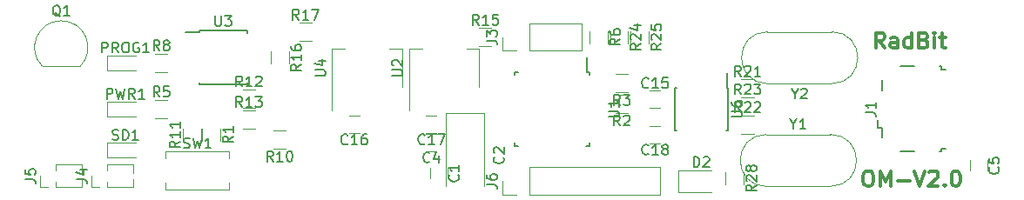
<source format=gbr>
G04 #@! TF.FileFunction,Legend,Top*
%FSLAX46Y46*%
G04 Gerber Fmt 4.6, Leading zero omitted, Abs format (unit mm)*
G04 Created by KiCad (PCBNEW 4.0.7) date 01/21/18 20:58:22*
%MOMM*%
%LPD*%
G01*
G04 APERTURE LIST*
%ADD10C,0.100000*%
%ADD11C,0.300000*%
%ADD12C,0.120000*%
%ADD13C,0.150000*%
G04 APERTURE END LIST*
D10*
D11*
X181807789Y-38062291D02*
X181307789Y-37348006D01*
X180950646Y-38062291D02*
X180950646Y-36562291D01*
X181522074Y-36562291D01*
X181664932Y-36633720D01*
X181736360Y-36705149D01*
X181807789Y-36848006D01*
X181807789Y-37062291D01*
X181736360Y-37205149D01*
X181664932Y-37276577D01*
X181522074Y-37348006D01*
X180950646Y-37348006D01*
X183093503Y-38062291D02*
X183093503Y-37276577D01*
X183022074Y-37133720D01*
X182879217Y-37062291D01*
X182593503Y-37062291D01*
X182450646Y-37133720D01*
X183093503Y-37990863D02*
X182950646Y-38062291D01*
X182593503Y-38062291D01*
X182450646Y-37990863D01*
X182379217Y-37848006D01*
X182379217Y-37705149D01*
X182450646Y-37562291D01*
X182593503Y-37490863D01*
X182950646Y-37490863D01*
X183093503Y-37419434D01*
X184450646Y-38062291D02*
X184450646Y-36562291D01*
X184450646Y-37990863D02*
X184307789Y-38062291D01*
X184022075Y-38062291D01*
X183879217Y-37990863D01*
X183807789Y-37919434D01*
X183736360Y-37776577D01*
X183736360Y-37348006D01*
X183807789Y-37205149D01*
X183879217Y-37133720D01*
X184022075Y-37062291D01*
X184307789Y-37062291D01*
X184450646Y-37133720D01*
X185664932Y-37276577D02*
X185879218Y-37348006D01*
X185950646Y-37419434D01*
X186022075Y-37562291D01*
X186022075Y-37776577D01*
X185950646Y-37919434D01*
X185879218Y-37990863D01*
X185736360Y-38062291D01*
X185164932Y-38062291D01*
X185164932Y-36562291D01*
X185664932Y-36562291D01*
X185807789Y-36633720D01*
X185879218Y-36705149D01*
X185950646Y-36848006D01*
X185950646Y-36990863D01*
X185879218Y-37133720D01*
X185807789Y-37205149D01*
X185664932Y-37276577D01*
X185164932Y-37276577D01*
X186664932Y-38062291D02*
X186664932Y-37062291D01*
X186664932Y-36562291D02*
X186593503Y-36633720D01*
X186664932Y-36705149D01*
X186736360Y-36633720D01*
X186664932Y-36562291D01*
X186664932Y-36705149D01*
X187164932Y-37062291D02*
X187736361Y-37062291D01*
X187379218Y-36562291D02*
X187379218Y-37848006D01*
X187450646Y-37990863D01*
X187593504Y-38062291D01*
X187736361Y-38062291D01*
X180102737Y-50029371D02*
X180388451Y-50029371D01*
X180531309Y-50100800D01*
X180674166Y-50243657D01*
X180745594Y-50529371D01*
X180745594Y-51029371D01*
X180674166Y-51315086D01*
X180531309Y-51457943D01*
X180388451Y-51529371D01*
X180102737Y-51529371D01*
X179959880Y-51457943D01*
X179817023Y-51315086D01*
X179745594Y-51029371D01*
X179745594Y-50529371D01*
X179817023Y-50243657D01*
X179959880Y-50100800D01*
X180102737Y-50029371D01*
X181388452Y-51529371D02*
X181388452Y-50029371D01*
X181888452Y-51100800D01*
X182388452Y-50029371D01*
X182388452Y-51529371D01*
X183102738Y-50957943D02*
X184245595Y-50957943D01*
X184745595Y-50029371D02*
X185245595Y-51529371D01*
X185745595Y-50029371D01*
X186174166Y-50172229D02*
X186245595Y-50100800D01*
X186388452Y-50029371D01*
X186745595Y-50029371D01*
X186888452Y-50100800D01*
X186959881Y-50172229D01*
X187031309Y-50315086D01*
X187031309Y-50457943D01*
X186959881Y-50672229D01*
X186102738Y-51529371D01*
X187031309Y-51529371D01*
X187674166Y-51386514D02*
X187745594Y-51457943D01*
X187674166Y-51529371D01*
X187602737Y-51457943D01*
X187674166Y-51386514D01*
X187674166Y-51529371D01*
X188674166Y-50029371D02*
X188817023Y-50029371D01*
X188959880Y-50100800D01*
X189031309Y-50172229D01*
X189102738Y-50315086D01*
X189174166Y-50600800D01*
X189174166Y-50957943D01*
X189102738Y-51243657D01*
X189031309Y-51386514D01*
X188959880Y-51457943D01*
X188817023Y-51529371D01*
X188674166Y-51529371D01*
X188531309Y-51457943D01*
X188459880Y-51386514D01*
X188388452Y-51243657D01*
X188317023Y-50957943D01*
X188317023Y-50600800D01*
X188388452Y-50315086D01*
X188459880Y-50172229D01*
X188531309Y-50100800D01*
X188674166Y-50029371D01*
D12*
X139350000Y-50750000D02*
X139350000Y-49750000D01*
X137650000Y-49750000D02*
X137650000Y-50750000D01*
X142850000Y-44400000D02*
X142850000Y-51500000D01*
X139150000Y-44400000D02*
X139150000Y-51500000D01*
X142850000Y-44400000D02*
X139150000Y-44400000D01*
X137250000Y-48100000D02*
X138250000Y-48100000D01*
X138250000Y-46400000D02*
X137250000Y-46400000D01*
X191850000Y-50000000D02*
X191850000Y-49000000D01*
X190150000Y-49000000D02*
X190150000Y-50000000D01*
X160000000Y-42150000D02*
X159000000Y-42150000D01*
X159000000Y-43850000D02*
X160000000Y-43850000D01*
X129750000Y-46350000D02*
X130750000Y-46350000D01*
X130750000Y-44650000D02*
X129750000Y-44650000D01*
X137250000Y-46350000D02*
X138250000Y-46350000D01*
X138250000Y-44650000D02*
X137250000Y-44650000D01*
X159000000Y-47350000D02*
X160000000Y-47350000D01*
X160000000Y-45650000D02*
X159000000Y-45650000D01*
X161800000Y-49940000D02*
X161800000Y-52060000D01*
X165000000Y-49940000D02*
X161800000Y-49940000D01*
X161800000Y-52060000D02*
X165000000Y-52060000D01*
D13*
X183350000Y-48150000D02*
X184750000Y-48150000D01*
X187150000Y-48150000D02*
X187300000Y-48150000D01*
X187300000Y-48150000D02*
X187300000Y-47850000D01*
X187300000Y-47850000D02*
X187750000Y-47850000D01*
X187750000Y-40150000D02*
X187300000Y-40150000D01*
X187300000Y-40150000D02*
X187300000Y-39850000D01*
X187300000Y-39850000D02*
X187150000Y-39850000D01*
X184750000Y-39850000D02*
X183350000Y-39850000D01*
X181175000Y-45075000D02*
X181175000Y-45800000D01*
X181175000Y-45800000D02*
X181600000Y-45800000D01*
X181600000Y-45800000D02*
X181600000Y-46800000D01*
X181600000Y-42200000D02*
X181600000Y-41200000D01*
D12*
X152410000Y-38330000D02*
X152410000Y-35670000D01*
X147270000Y-38330000D02*
X152410000Y-38330000D01*
X147270000Y-35670000D02*
X152410000Y-35670000D01*
X147270000Y-38330000D02*
X147270000Y-35670000D01*
X146000000Y-38330000D02*
X144670000Y-38330000D01*
X144670000Y-38330000D02*
X144670000Y-37000000D01*
X108735000Y-51610000D02*
X108735000Y-50807530D01*
X108735000Y-50192470D02*
X108735000Y-49390000D01*
X106260000Y-51610000D02*
X108735000Y-51610000D01*
X106260000Y-49390000D02*
X108735000Y-49390000D01*
X106260000Y-51610000D02*
X106260000Y-51063471D01*
X106260000Y-49936529D02*
X106260000Y-49390000D01*
X105500000Y-51610000D02*
X104740000Y-51610000D01*
X104740000Y-51610000D02*
X104740000Y-50500000D01*
X103735000Y-51610000D02*
X103735000Y-50807530D01*
X103735000Y-50192470D02*
X103735000Y-49390000D01*
X101260000Y-51610000D02*
X103735000Y-51610000D01*
X101260000Y-49390000D02*
X103735000Y-49390000D01*
X101260000Y-51610000D02*
X101260000Y-51063471D01*
X101260000Y-49936529D02*
X101260000Y-49390000D01*
X100500000Y-51610000D02*
X99740000Y-51610000D01*
X99740000Y-51610000D02*
X99740000Y-50500000D01*
X160030000Y-52330000D02*
X160030000Y-49670000D01*
X147270000Y-52330000D02*
X160030000Y-52330000D01*
X147270000Y-49670000D02*
X160030000Y-49670000D01*
X147270000Y-52330000D02*
X147270000Y-49670000D01*
X146000000Y-52330000D02*
X144670000Y-52330000D01*
X144670000Y-52330000D02*
X144670000Y-51000000D01*
X106200000Y-38800000D02*
X106200000Y-40200000D01*
X106200000Y-40200000D02*
X109000000Y-40200000D01*
X106200000Y-38800000D02*
X109000000Y-38800000D01*
X106200000Y-43300000D02*
X106200000Y-44700000D01*
X106200000Y-44700000D02*
X109000000Y-44700000D01*
X106200000Y-43300000D02*
X109000000Y-43300000D01*
X99970000Y-39850000D02*
X103570000Y-39850000D01*
X99931522Y-39838478D02*
G75*
G02X101770000Y-35400000I1838478J1838478D01*
G01*
X103608478Y-39838478D02*
G75*
G03X101770000Y-35400000I-1838478J1838478D01*
G01*
X115477400Y-47082000D02*
X115477400Y-45882000D01*
X117237400Y-45882000D02*
X117237400Y-47082000D01*
X155650000Y-42620000D02*
X156850000Y-42620000D01*
X156850000Y-44380000D02*
X155650000Y-44380000D01*
X155650000Y-40620000D02*
X156850000Y-40620000D01*
X156850000Y-42380000D02*
X155650000Y-42380000D01*
X112100000Y-44880000D02*
X110900000Y-44880000D01*
X110900000Y-43120000D02*
X112100000Y-43120000D01*
X153120000Y-37600000D02*
X153120000Y-36400000D01*
X154880000Y-36400000D02*
X154880000Y-37600000D01*
X112100000Y-40380000D02*
X110900000Y-40380000D01*
X110900000Y-38620000D02*
X112100000Y-38620000D01*
X122400000Y-46120000D02*
X123600000Y-46120000D01*
X123600000Y-47880000D02*
X122400000Y-47880000D01*
X115380000Y-45900000D02*
X115380000Y-47100000D01*
X113620000Y-47100000D02*
X113620000Y-45900000D01*
X120600000Y-43880000D02*
X119400000Y-43880000D01*
X119400000Y-42120000D02*
X120600000Y-42120000D01*
X120600000Y-45880000D02*
X119400000Y-45880000D01*
X119400000Y-44120000D02*
X120600000Y-44120000D01*
X143600000Y-37880000D02*
X142400000Y-37880000D01*
X142400000Y-36120000D02*
X143600000Y-36120000D01*
X122120000Y-39600000D02*
X122120000Y-38400000D01*
X123880000Y-38400000D02*
X123880000Y-39600000D01*
X126100000Y-37380000D02*
X124900000Y-37380000D01*
X124900000Y-35620000D02*
X126100000Y-35620000D01*
X169100000Y-42880000D02*
X167900000Y-42880000D01*
X167900000Y-41120000D02*
X169100000Y-41120000D01*
X169100000Y-46380000D02*
X167900000Y-46380000D01*
X167900000Y-44620000D02*
X169100000Y-44620000D01*
X169100000Y-44630000D02*
X167900000Y-44630000D01*
X167900000Y-42870000D02*
X169100000Y-42870000D01*
X155120000Y-37600000D02*
X155120000Y-36400000D01*
X156880000Y-36400000D02*
X156880000Y-37600000D01*
X157120000Y-37600000D02*
X157120000Y-36400000D01*
X158880000Y-36400000D02*
X158880000Y-37600000D01*
X166370000Y-51350000D02*
X166370000Y-50150000D01*
X168130000Y-50150000D02*
X168130000Y-51350000D01*
X106200000Y-47300000D02*
X106200000Y-48700000D01*
X106200000Y-48700000D02*
X109000000Y-48700000D01*
X106200000Y-47300000D02*
X109000000Y-47300000D01*
X118100000Y-48150000D02*
X118100000Y-48800000D01*
X118100000Y-51850000D02*
X118100000Y-51200000D01*
X111900000Y-51200000D02*
X111900000Y-51850000D01*
X111900000Y-48150000D02*
X111900000Y-48800000D01*
X118100000Y-48150000D02*
X111900000Y-48150000D01*
X111900000Y-51850000D02*
X118100000Y-51850000D01*
D13*
X153125000Y-40375000D02*
X152900000Y-40375000D01*
X153125000Y-47625000D02*
X152800000Y-47625000D01*
X145875000Y-47625000D02*
X146200000Y-47625000D01*
X145875000Y-40375000D02*
X146200000Y-40375000D01*
X153125000Y-40375000D02*
X153125000Y-40700000D01*
X145875000Y-40375000D02*
X145875000Y-40700000D01*
X145875000Y-47625000D02*
X145875000Y-47300000D01*
X153125000Y-47625000D02*
X153125000Y-47300000D01*
X152900000Y-40375000D02*
X152900000Y-38950000D01*
D12*
X142410000Y-38090000D02*
X141150000Y-38090000D01*
X135590000Y-38090000D02*
X136850000Y-38090000D01*
X142410000Y-41850000D02*
X142410000Y-38090000D01*
X135590000Y-44100000D02*
X135590000Y-38090000D01*
D13*
X115175000Y-36375000D02*
X115175000Y-36500000D01*
X119825000Y-36375000D02*
X119825000Y-36600000D01*
X119825000Y-41625000D02*
X119825000Y-41400000D01*
X115175000Y-41625000D02*
X115175000Y-41400000D01*
X115175000Y-36375000D02*
X119825000Y-36375000D01*
X115175000Y-41625000D02*
X119825000Y-41625000D01*
X115175000Y-36500000D02*
X113825000Y-36500000D01*
D12*
X134910000Y-38090000D02*
X133650000Y-38090000D01*
X128090000Y-38090000D02*
X129350000Y-38090000D01*
X134910000Y-41850000D02*
X134910000Y-38090000D01*
X128090000Y-44100000D02*
X128090000Y-38090000D01*
D13*
X166575000Y-41925000D02*
X166525000Y-41925000D01*
X166575000Y-46075000D02*
X166430000Y-46075000D01*
X161425000Y-46075000D02*
X161570000Y-46075000D01*
X161425000Y-41925000D02*
X161570000Y-41925000D01*
X166575000Y-41925000D02*
X166575000Y-46075000D01*
X161425000Y-41925000D02*
X161425000Y-46075000D01*
X166525000Y-41925000D02*
X166525000Y-40525000D01*
D12*
X170315000Y-46475000D02*
X176565000Y-46475000D01*
X170315000Y-51525000D02*
X176565000Y-51525000D01*
X170315000Y-51525000D02*
G75*
G02X170315000Y-46475000I0J2525000D01*
G01*
X176565000Y-51525000D02*
G75*
G03X176565000Y-46475000I0J2525000D01*
G01*
X176685000Y-41525000D02*
X170435000Y-41525000D01*
X176685000Y-36475000D02*
X170435000Y-36475000D01*
X176685000Y-36475000D02*
G75*
G02X176685000Y-41525000I0J-2525000D01*
G01*
X170435000Y-36475000D02*
G75*
G03X170435000Y-41525000I0J-2525000D01*
G01*
D13*
X140357143Y-50416666D02*
X140404762Y-50464285D01*
X140452381Y-50607142D01*
X140452381Y-50702380D01*
X140404762Y-50845238D01*
X140309524Y-50940476D01*
X140214286Y-50988095D01*
X140023810Y-51035714D01*
X139880952Y-51035714D01*
X139690476Y-50988095D01*
X139595238Y-50940476D01*
X139500000Y-50845238D01*
X139452381Y-50702380D01*
X139452381Y-50607142D01*
X139500000Y-50464285D01*
X139547619Y-50416666D01*
X140452381Y-49464285D02*
X140452381Y-50035714D01*
X140452381Y-49750000D02*
X139452381Y-49750000D01*
X139595238Y-49845238D01*
X139690476Y-49940476D01*
X139738095Y-50035714D01*
X144707143Y-48666666D02*
X144754762Y-48714285D01*
X144802381Y-48857142D01*
X144802381Y-48952380D01*
X144754762Y-49095238D01*
X144659524Y-49190476D01*
X144564286Y-49238095D01*
X144373810Y-49285714D01*
X144230952Y-49285714D01*
X144040476Y-49238095D01*
X143945238Y-49190476D01*
X143850000Y-49095238D01*
X143802381Y-48952380D01*
X143802381Y-48857142D01*
X143850000Y-48714285D01*
X143897619Y-48666666D01*
X143897619Y-48285714D02*
X143850000Y-48238095D01*
X143802381Y-48142857D01*
X143802381Y-47904761D01*
X143850000Y-47809523D01*
X143897619Y-47761904D01*
X143992857Y-47714285D01*
X144088095Y-47714285D01*
X144230952Y-47761904D01*
X144802381Y-48333333D01*
X144802381Y-47714285D01*
X137583334Y-49107143D02*
X137535715Y-49154762D01*
X137392858Y-49202381D01*
X137297620Y-49202381D01*
X137154762Y-49154762D01*
X137059524Y-49059524D01*
X137011905Y-48964286D01*
X136964286Y-48773810D01*
X136964286Y-48630952D01*
X137011905Y-48440476D01*
X137059524Y-48345238D01*
X137154762Y-48250000D01*
X137297620Y-48202381D01*
X137392858Y-48202381D01*
X137535715Y-48250000D01*
X137583334Y-48297619D01*
X138440477Y-48535714D02*
X138440477Y-49202381D01*
X138202381Y-48154762D02*
X137964286Y-48869048D01*
X138583334Y-48869048D01*
X192857143Y-49666666D02*
X192904762Y-49714285D01*
X192952381Y-49857142D01*
X192952381Y-49952380D01*
X192904762Y-50095238D01*
X192809524Y-50190476D01*
X192714286Y-50238095D01*
X192523810Y-50285714D01*
X192380952Y-50285714D01*
X192190476Y-50238095D01*
X192095238Y-50190476D01*
X192000000Y-50095238D01*
X191952381Y-49952380D01*
X191952381Y-49857142D01*
X192000000Y-49714285D01*
X192047619Y-49666666D01*
X191952381Y-48761904D02*
X191952381Y-49238095D01*
X192428571Y-49285714D01*
X192380952Y-49238095D01*
X192333333Y-49142857D01*
X192333333Y-48904761D01*
X192380952Y-48809523D01*
X192428571Y-48761904D01*
X192523810Y-48714285D01*
X192761905Y-48714285D01*
X192857143Y-48761904D01*
X192904762Y-48809523D01*
X192952381Y-48904761D01*
X192952381Y-49142857D01*
X192904762Y-49238095D01*
X192857143Y-49285714D01*
X158857143Y-41857143D02*
X158809524Y-41904762D01*
X158666667Y-41952381D01*
X158571429Y-41952381D01*
X158428571Y-41904762D01*
X158333333Y-41809524D01*
X158285714Y-41714286D01*
X158238095Y-41523810D01*
X158238095Y-41380952D01*
X158285714Y-41190476D01*
X158333333Y-41095238D01*
X158428571Y-41000000D01*
X158571429Y-40952381D01*
X158666667Y-40952381D01*
X158809524Y-41000000D01*
X158857143Y-41047619D01*
X159809524Y-41952381D02*
X159238095Y-41952381D01*
X159523809Y-41952381D02*
X159523809Y-40952381D01*
X159428571Y-41095238D01*
X159333333Y-41190476D01*
X159238095Y-41238095D01*
X160714286Y-40952381D02*
X160238095Y-40952381D01*
X160190476Y-41428571D01*
X160238095Y-41380952D01*
X160333333Y-41333333D01*
X160571429Y-41333333D01*
X160666667Y-41380952D01*
X160714286Y-41428571D01*
X160761905Y-41523810D01*
X160761905Y-41761905D01*
X160714286Y-41857143D01*
X160666667Y-41904762D01*
X160571429Y-41952381D01*
X160333333Y-41952381D01*
X160238095Y-41904762D01*
X160190476Y-41857143D01*
X129607143Y-47357143D02*
X129559524Y-47404762D01*
X129416667Y-47452381D01*
X129321429Y-47452381D01*
X129178571Y-47404762D01*
X129083333Y-47309524D01*
X129035714Y-47214286D01*
X128988095Y-47023810D01*
X128988095Y-46880952D01*
X129035714Y-46690476D01*
X129083333Y-46595238D01*
X129178571Y-46500000D01*
X129321429Y-46452381D01*
X129416667Y-46452381D01*
X129559524Y-46500000D01*
X129607143Y-46547619D01*
X130559524Y-47452381D02*
X129988095Y-47452381D01*
X130273809Y-47452381D02*
X130273809Y-46452381D01*
X130178571Y-46595238D01*
X130083333Y-46690476D01*
X129988095Y-46738095D01*
X131416667Y-46452381D02*
X131226190Y-46452381D01*
X131130952Y-46500000D01*
X131083333Y-46547619D01*
X130988095Y-46690476D01*
X130940476Y-46880952D01*
X130940476Y-47261905D01*
X130988095Y-47357143D01*
X131035714Y-47404762D01*
X131130952Y-47452381D01*
X131321429Y-47452381D01*
X131416667Y-47404762D01*
X131464286Y-47357143D01*
X131511905Y-47261905D01*
X131511905Y-47023810D01*
X131464286Y-46928571D01*
X131416667Y-46880952D01*
X131321429Y-46833333D01*
X131130952Y-46833333D01*
X131035714Y-46880952D01*
X130988095Y-46928571D01*
X130940476Y-47023810D01*
X137107143Y-47357143D02*
X137059524Y-47404762D01*
X136916667Y-47452381D01*
X136821429Y-47452381D01*
X136678571Y-47404762D01*
X136583333Y-47309524D01*
X136535714Y-47214286D01*
X136488095Y-47023810D01*
X136488095Y-46880952D01*
X136535714Y-46690476D01*
X136583333Y-46595238D01*
X136678571Y-46500000D01*
X136821429Y-46452381D01*
X136916667Y-46452381D01*
X137059524Y-46500000D01*
X137107143Y-46547619D01*
X138059524Y-47452381D02*
X137488095Y-47452381D01*
X137773809Y-47452381D02*
X137773809Y-46452381D01*
X137678571Y-46595238D01*
X137583333Y-46690476D01*
X137488095Y-46738095D01*
X138392857Y-46452381D02*
X139059524Y-46452381D01*
X138630952Y-47452381D01*
X158857143Y-48357143D02*
X158809524Y-48404762D01*
X158666667Y-48452381D01*
X158571429Y-48452381D01*
X158428571Y-48404762D01*
X158333333Y-48309524D01*
X158285714Y-48214286D01*
X158238095Y-48023810D01*
X158238095Y-47880952D01*
X158285714Y-47690476D01*
X158333333Y-47595238D01*
X158428571Y-47500000D01*
X158571429Y-47452381D01*
X158666667Y-47452381D01*
X158809524Y-47500000D01*
X158857143Y-47547619D01*
X159809524Y-48452381D02*
X159238095Y-48452381D01*
X159523809Y-48452381D02*
X159523809Y-47452381D01*
X159428571Y-47595238D01*
X159333333Y-47690476D01*
X159238095Y-47738095D01*
X160380952Y-47880952D02*
X160285714Y-47833333D01*
X160238095Y-47785714D01*
X160190476Y-47690476D01*
X160190476Y-47642857D01*
X160238095Y-47547619D01*
X160285714Y-47500000D01*
X160380952Y-47452381D01*
X160571429Y-47452381D01*
X160666667Y-47500000D01*
X160714286Y-47547619D01*
X160761905Y-47642857D01*
X160761905Y-47690476D01*
X160714286Y-47785714D01*
X160666667Y-47833333D01*
X160571429Y-47880952D01*
X160380952Y-47880952D01*
X160285714Y-47928571D01*
X160238095Y-47976190D01*
X160190476Y-48071429D01*
X160190476Y-48261905D01*
X160238095Y-48357143D01*
X160285714Y-48404762D01*
X160380952Y-48452381D01*
X160571429Y-48452381D01*
X160666667Y-48404762D01*
X160714286Y-48357143D01*
X160761905Y-48261905D01*
X160761905Y-48071429D01*
X160714286Y-47976190D01*
X160666667Y-47928571D01*
X160571429Y-47880952D01*
X163261905Y-49652381D02*
X163261905Y-48652381D01*
X163500000Y-48652381D01*
X163642858Y-48700000D01*
X163738096Y-48795238D01*
X163785715Y-48890476D01*
X163833334Y-49080952D01*
X163833334Y-49223810D01*
X163785715Y-49414286D01*
X163738096Y-49509524D01*
X163642858Y-49604762D01*
X163500000Y-49652381D01*
X163261905Y-49652381D01*
X164214286Y-48747619D02*
X164261905Y-48700000D01*
X164357143Y-48652381D01*
X164595239Y-48652381D01*
X164690477Y-48700000D01*
X164738096Y-48747619D01*
X164785715Y-48842857D01*
X164785715Y-48938095D01*
X164738096Y-49080952D01*
X164166667Y-49652381D01*
X164785715Y-49652381D01*
X179952381Y-44333333D02*
X180666667Y-44333333D01*
X180809524Y-44380953D01*
X180904762Y-44476191D01*
X180952381Y-44619048D01*
X180952381Y-44714286D01*
X180952381Y-43333333D02*
X180952381Y-43904762D01*
X180952381Y-43619048D02*
X179952381Y-43619048D01*
X180095238Y-43714286D01*
X180190476Y-43809524D01*
X180238095Y-43904762D01*
X143122381Y-37333333D02*
X143836667Y-37333333D01*
X143979524Y-37380953D01*
X144074762Y-37476191D01*
X144122381Y-37619048D01*
X144122381Y-37714286D01*
X143122381Y-36952381D02*
X143122381Y-36333333D01*
X143503333Y-36666667D01*
X143503333Y-36523809D01*
X143550952Y-36428571D01*
X143598571Y-36380952D01*
X143693810Y-36333333D01*
X143931905Y-36333333D01*
X144027143Y-36380952D01*
X144074762Y-36428571D01*
X144122381Y-36523809D01*
X144122381Y-36809524D01*
X144074762Y-36904762D01*
X144027143Y-36952381D01*
X103257381Y-50833333D02*
X103971667Y-50833333D01*
X104114524Y-50880953D01*
X104209762Y-50976191D01*
X104257381Y-51119048D01*
X104257381Y-51214286D01*
X103590714Y-49928571D02*
X104257381Y-49928571D01*
X103209762Y-50166667D02*
X103924048Y-50404762D01*
X103924048Y-49785714D01*
X98257381Y-50833333D02*
X98971667Y-50833333D01*
X99114524Y-50880953D01*
X99209762Y-50976191D01*
X99257381Y-51119048D01*
X99257381Y-51214286D01*
X98257381Y-49880952D02*
X98257381Y-50357143D01*
X98733571Y-50404762D01*
X98685952Y-50357143D01*
X98638333Y-50261905D01*
X98638333Y-50023809D01*
X98685952Y-49928571D01*
X98733571Y-49880952D01*
X98828810Y-49833333D01*
X99066905Y-49833333D01*
X99162143Y-49880952D01*
X99209762Y-49928571D01*
X99257381Y-50023809D01*
X99257381Y-50261905D01*
X99209762Y-50357143D01*
X99162143Y-50404762D01*
X143122381Y-51333333D02*
X143836667Y-51333333D01*
X143979524Y-51380953D01*
X144074762Y-51476191D01*
X144122381Y-51619048D01*
X144122381Y-51714286D01*
X143122381Y-50428571D02*
X143122381Y-50619048D01*
X143170000Y-50714286D01*
X143217619Y-50761905D01*
X143360476Y-50857143D01*
X143550952Y-50904762D01*
X143931905Y-50904762D01*
X144027143Y-50857143D01*
X144074762Y-50809524D01*
X144122381Y-50714286D01*
X144122381Y-50523809D01*
X144074762Y-50428571D01*
X144027143Y-50380952D01*
X143931905Y-50333333D01*
X143693810Y-50333333D01*
X143598571Y-50380952D01*
X143550952Y-50428571D01*
X143503333Y-50523809D01*
X143503333Y-50714286D01*
X143550952Y-50809524D01*
X143598571Y-50857143D01*
X143693810Y-50904762D01*
X105738095Y-38502381D02*
X105738095Y-37502381D01*
X106119048Y-37502381D01*
X106214286Y-37550000D01*
X106261905Y-37597619D01*
X106309524Y-37692857D01*
X106309524Y-37835714D01*
X106261905Y-37930952D01*
X106214286Y-37978571D01*
X106119048Y-38026190D01*
X105738095Y-38026190D01*
X107309524Y-38502381D02*
X106976190Y-38026190D01*
X106738095Y-38502381D02*
X106738095Y-37502381D01*
X107119048Y-37502381D01*
X107214286Y-37550000D01*
X107261905Y-37597619D01*
X107309524Y-37692857D01*
X107309524Y-37835714D01*
X107261905Y-37930952D01*
X107214286Y-37978571D01*
X107119048Y-38026190D01*
X106738095Y-38026190D01*
X107928571Y-37502381D02*
X108119048Y-37502381D01*
X108214286Y-37550000D01*
X108309524Y-37645238D01*
X108357143Y-37835714D01*
X108357143Y-38169048D01*
X108309524Y-38359524D01*
X108214286Y-38454762D01*
X108119048Y-38502381D01*
X107928571Y-38502381D01*
X107833333Y-38454762D01*
X107738095Y-38359524D01*
X107690476Y-38169048D01*
X107690476Y-37835714D01*
X107738095Y-37645238D01*
X107833333Y-37550000D01*
X107928571Y-37502381D01*
X109309524Y-37550000D02*
X109214286Y-37502381D01*
X109071429Y-37502381D01*
X108928571Y-37550000D01*
X108833333Y-37645238D01*
X108785714Y-37740476D01*
X108738095Y-37930952D01*
X108738095Y-38073810D01*
X108785714Y-38264286D01*
X108833333Y-38359524D01*
X108928571Y-38454762D01*
X109071429Y-38502381D01*
X109166667Y-38502381D01*
X109309524Y-38454762D01*
X109357143Y-38407143D01*
X109357143Y-38073810D01*
X109166667Y-38073810D01*
X110309524Y-38502381D02*
X109738095Y-38502381D01*
X110023809Y-38502381D02*
X110023809Y-37502381D01*
X109928571Y-37645238D01*
X109833333Y-37740476D01*
X109738095Y-37788095D01*
X106190476Y-43002381D02*
X106190476Y-42002381D01*
X106571429Y-42002381D01*
X106666667Y-42050000D01*
X106714286Y-42097619D01*
X106761905Y-42192857D01*
X106761905Y-42335714D01*
X106714286Y-42430952D01*
X106666667Y-42478571D01*
X106571429Y-42526190D01*
X106190476Y-42526190D01*
X107095238Y-42002381D02*
X107333333Y-43002381D01*
X107523810Y-42288095D01*
X107714286Y-43002381D01*
X107952381Y-42002381D01*
X108904762Y-43002381D02*
X108571428Y-42526190D01*
X108333333Y-43002381D02*
X108333333Y-42002381D01*
X108714286Y-42002381D01*
X108809524Y-42050000D01*
X108857143Y-42097619D01*
X108904762Y-42192857D01*
X108904762Y-42335714D01*
X108857143Y-42430952D01*
X108809524Y-42478571D01*
X108714286Y-42526190D01*
X108333333Y-42526190D01*
X109857143Y-43002381D02*
X109285714Y-43002381D01*
X109571428Y-43002381D02*
X109571428Y-42002381D01*
X109476190Y-42145238D01*
X109380952Y-42240476D01*
X109285714Y-42288095D01*
X101674762Y-34987619D02*
X101579524Y-34940000D01*
X101484286Y-34844762D01*
X101341429Y-34701905D01*
X101246190Y-34654286D01*
X101150952Y-34654286D01*
X101198571Y-34892381D02*
X101103333Y-34844762D01*
X101008095Y-34749524D01*
X100960476Y-34559048D01*
X100960476Y-34225714D01*
X101008095Y-34035238D01*
X101103333Y-33940000D01*
X101198571Y-33892381D01*
X101389048Y-33892381D01*
X101484286Y-33940000D01*
X101579524Y-34035238D01*
X101627143Y-34225714D01*
X101627143Y-34559048D01*
X101579524Y-34749524D01*
X101484286Y-34844762D01*
X101389048Y-34892381D01*
X101198571Y-34892381D01*
X102579524Y-34892381D02*
X102008095Y-34892381D01*
X102293809Y-34892381D02*
X102293809Y-33892381D01*
X102198571Y-34035238D01*
X102103333Y-34130476D01*
X102008095Y-34178095D01*
X118459781Y-46648666D02*
X117983590Y-46982000D01*
X118459781Y-47220095D02*
X117459781Y-47220095D01*
X117459781Y-46839142D01*
X117507400Y-46743904D01*
X117555019Y-46696285D01*
X117650257Y-46648666D01*
X117793114Y-46648666D01*
X117888352Y-46696285D01*
X117935971Y-46743904D01*
X117983590Y-46839142D01*
X117983590Y-47220095D01*
X118459781Y-45696285D02*
X118459781Y-46267714D01*
X118459781Y-45982000D02*
X117459781Y-45982000D01*
X117602638Y-46077238D01*
X117697876Y-46172476D01*
X117745495Y-46267714D01*
X156083334Y-45602381D02*
X155750000Y-45126190D01*
X155511905Y-45602381D02*
X155511905Y-44602381D01*
X155892858Y-44602381D01*
X155988096Y-44650000D01*
X156035715Y-44697619D01*
X156083334Y-44792857D01*
X156083334Y-44935714D01*
X156035715Y-45030952D01*
X155988096Y-45078571D01*
X155892858Y-45126190D01*
X155511905Y-45126190D01*
X156464286Y-44697619D02*
X156511905Y-44650000D01*
X156607143Y-44602381D01*
X156845239Y-44602381D01*
X156940477Y-44650000D01*
X156988096Y-44697619D01*
X157035715Y-44792857D01*
X157035715Y-44888095D01*
X156988096Y-45030952D01*
X156416667Y-45602381D01*
X157035715Y-45602381D01*
X156083334Y-43602381D02*
X155750000Y-43126190D01*
X155511905Y-43602381D02*
X155511905Y-42602381D01*
X155892858Y-42602381D01*
X155988096Y-42650000D01*
X156035715Y-42697619D01*
X156083334Y-42792857D01*
X156083334Y-42935714D01*
X156035715Y-43030952D01*
X155988096Y-43078571D01*
X155892858Y-43126190D01*
X155511905Y-43126190D01*
X156416667Y-42602381D02*
X157035715Y-42602381D01*
X156702381Y-42983333D01*
X156845239Y-42983333D01*
X156940477Y-43030952D01*
X156988096Y-43078571D01*
X157035715Y-43173810D01*
X157035715Y-43411905D01*
X156988096Y-43507143D01*
X156940477Y-43554762D01*
X156845239Y-43602381D01*
X156559524Y-43602381D01*
X156464286Y-43554762D01*
X156416667Y-43507143D01*
X111333334Y-42802381D02*
X111000000Y-42326190D01*
X110761905Y-42802381D02*
X110761905Y-41802381D01*
X111142858Y-41802381D01*
X111238096Y-41850000D01*
X111285715Y-41897619D01*
X111333334Y-41992857D01*
X111333334Y-42135714D01*
X111285715Y-42230952D01*
X111238096Y-42278571D01*
X111142858Y-42326190D01*
X110761905Y-42326190D01*
X112238096Y-41802381D02*
X111761905Y-41802381D01*
X111714286Y-42278571D01*
X111761905Y-42230952D01*
X111857143Y-42183333D01*
X112095239Y-42183333D01*
X112190477Y-42230952D01*
X112238096Y-42278571D01*
X112285715Y-42373810D01*
X112285715Y-42611905D01*
X112238096Y-42707143D01*
X112190477Y-42754762D01*
X112095239Y-42802381D01*
X111857143Y-42802381D01*
X111761905Y-42754762D01*
X111714286Y-42707143D01*
X156102381Y-37166666D02*
X155626190Y-37500000D01*
X156102381Y-37738095D02*
X155102381Y-37738095D01*
X155102381Y-37357142D01*
X155150000Y-37261904D01*
X155197619Y-37214285D01*
X155292857Y-37166666D01*
X155435714Y-37166666D01*
X155530952Y-37214285D01*
X155578571Y-37261904D01*
X155626190Y-37357142D01*
X155626190Y-37738095D01*
X155102381Y-36309523D02*
X155102381Y-36500000D01*
X155150000Y-36595238D01*
X155197619Y-36642857D01*
X155340476Y-36738095D01*
X155530952Y-36785714D01*
X155911905Y-36785714D01*
X156007143Y-36738095D01*
X156054762Y-36690476D01*
X156102381Y-36595238D01*
X156102381Y-36404761D01*
X156054762Y-36309523D01*
X156007143Y-36261904D01*
X155911905Y-36214285D01*
X155673810Y-36214285D01*
X155578571Y-36261904D01*
X155530952Y-36309523D01*
X155483333Y-36404761D01*
X155483333Y-36595238D01*
X155530952Y-36690476D01*
X155578571Y-36738095D01*
X155673810Y-36785714D01*
X111333334Y-38302381D02*
X111000000Y-37826190D01*
X110761905Y-38302381D02*
X110761905Y-37302381D01*
X111142858Y-37302381D01*
X111238096Y-37350000D01*
X111285715Y-37397619D01*
X111333334Y-37492857D01*
X111333334Y-37635714D01*
X111285715Y-37730952D01*
X111238096Y-37778571D01*
X111142858Y-37826190D01*
X110761905Y-37826190D01*
X111904762Y-37730952D02*
X111809524Y-37683333D01*
X111761905Y-37635714D01*
X111714286Y-37540476D01*
X111714286Y-37492857D01*
X111761905Y-37397619D01*
X111809524Y-37350000D01*
X111904762Y-37302381D01*
X112095239Y-37302381D01*
X112190477Y-37350000D01*
X112238096Y-37397619D01*
X112285715Y-37492857D01*
X112285715Y-37540476D01*
X112238096Y-37635714D01*
X112190477Y-37683333D01*
X112095239Y-37730952D01*
X111904762Y-37730952D01*
X111809524Y-37778571D01*
X111761905Y-37826190D01*
X111714286Y-37921429D01*
X111714286Y-38111905D01*
X111761905Y-38207143D01*
X111809524Y-38254762D01*
X111904762Y-38302381D01*
X112095239Y-38302381D01*
X112190477Y-38254762D01*
X112238096Y-38207143D01*
X112285715Y-38111905D01*
X112285715Y-37921429D01*
X112238096Y-37826190D01*
X112190477Y-37778571D01*
X112095239Y-37730952D01*
X122357143Y-49102381D02*
X122023809Y-48626190D01*
X121785714Y-49102381D02*
X121785714Y-48102381D01*
X122166667Y-48102381D01*
X122261905Y-48150000D01*
X122309524Y-48197619D01*
X122357143Y-48292857D01*
X122357143Y-48435714D01*
X122309524Y-48530952D01*
X122261905Y-48578571D01*
X122166667Y-48626190D01*
X121785714Y-48626190D01*
X123309524Y-49102381D02*
X122738095Y-49102381D01*
X123023809Y-49102381D02*
X123023809Y-48102381D01*
X122928571Y-48245238D01*
X122833333Y-48340476D01*
X122738095Y-48388095D01*
X123928571Y-48102381D02*
X124023810Y-48102381D01*
X124119048Y-48150000D01*
X124166667Y-48197619D01*
X124214286Y-48292857D01*
X124261905Y-48483333D01*
X124261905Y-48721429D01*
X124214286Y-48911905D01*
X124166667Y-49007143D01*
X124119048Y-49054762D01*
X124023810Y-49102381D01*
X123928571Y-49102381D01*
X123833333Y-49054762D01*
X123785714Y-49007143D01*
X123738095Y-48911905D01*
X123690476Y-48721429D01*
X123690476Y-48483333D01*
X123738095Y-48292857D01*
X123785714Y-48197619D01*
X123833333Y-48150000D01*
X123928571Y-48102381D01*
X113302381Y-47142857D02*
X112826190Y-47476191D01*
X113302381Y-47714286D02*
X112302381Y-47714286D01*
X112302381Y-47333333D01*
X112350000Y-47238095D01*
X112397619Y-47190476D01*
X112492857Y-47142857D01*
X112635714Y-47142857D01*
X112730952Y-47190476D01*
X112778571Y-47238095D01*
X112826190Y-47333333D01*
X112826190Y-47714286D01*
X113302381Y-46190476D02*
X113302381Y-46761905D01*
X113302381Y-46476191D02*
X112302381Y-46476191D01*
X112445238Y-46571429D01*
X112540476Y-46666667D01*
X112588095Y-46761905D01*
X113302381Y-45238095D02*
X113302381Y-45809524D01*
X113302381Y-45523810D02*
X112302381Y-45523810D01*
X112445238Y-45619048D01*
X112540476Y-45714286D01*
X112588095Y-45809524D01*
X119357143Y-41802381D02*
X119023809Y-41326190D01*
X118785714Y-41802381D02*
X118785714Y-40802381D01*
X119166667Y-40802381D01*
X119261905Y-40850000D01*
X119309524Y-40897619D01*
X119357143Y-40992857D01*
X119357143Y-41135714D01*
X119309524Y-41230952D01*
X119261905Y-41278571D01*
X119166667Y-41326190D01*
X118785714Y-41326190D01*
X120309524Y-41802381D02*
X119738095Y-41802381D01*
X120023809Y-41802381D02*
X120023809Y-40802381D01*
X119928571Y-40945238D01*
X119833333Y-41040476D01*
X119738095Y-41088095D01*
X120690476Y-40897619D02*
X120738095Y-40850000D01*
X120833333Y-40802381D01*
X121071429Y-40802381D01*
X121166667Y-40850000D01*
X121214286Y-40897619D01*
X121261905Y-40992857D01*
X121261905Y-41088095D01*
X121214286Y-41230952D01*
X120642857Y-41802381D01*
X121261905Y-41802381D01*
X119357143Y-43802381D02*
X119023809Y-43326190D01*
X118785714Y-43802381D02*
X118785714Y-42802381D01*
X119166667Y-42802381D01*
X119261905Y-42850000D01*
X119309524Y-42897619D01*
X119357143Y-42992857D01*
X119357143Y-43135714D01*
X119309524Y-43230952D01*
X119261905Y-43278571D01*
X119166667Y-43326190D01*
X118785714Y-43326190D01*
X120309524Y-43802381D02*
X119738095Y-43802381D01*
X120023809Y-43802381D02*
X120023809Y-42802381D01*
X119928571Y-42945238D01*
X119833333Y-43040476D01*
X119738095Y-43088095D01*
X120642857Y-42802381D02*
X121261905Y-42802381D01*
X120928571Y-43183333D01*
X121071429Y-43183333D01*
X121166667Y-43230952D01*
X121214286Y-43278571D01*
X121261905Y-43373810D01*
X121261905Y-43611905D01*
X121214286Y-43707143D01*
X121166667Y-43754762D01*
X121071429Y-43802381D01*
X120785714Y-43802381D01*
X120690476Y-43754762D01*
X120642857Y-43707143D01*
X142357143Y-35802381D02*
X142023809Y-35326190D01*
X141785714Y-35802381D02*
X141785714Y-34802381D01*
X142166667Y-34802381D01*
X142261905Y-34850000D01*
X142309524Y-34897619D01*
X142357143Y-34992857D01*
X142357143Y-35135714D01*
X142309524Y-35230952D01*
X142261905Y-35278571D01*
X142166667Y-35326190D01*
X141785714Y-35326190D01*
X143309524Y-35802381D02*
X142738095Y-35802381D01*
X143023809Y-35802381D02*
X143023809Y-34802381D01*
X142928571Y-34945238D01*
X142833333Y-35040476D01*
X142738095Y-35088095D01*
X144214286Y-34802381D02*
X143738095Y-34802381D01*
X143690476Y-35278571D01*
X143738095Y-35230952D01*
X143833333Y-35183333D01*
X144071429Y-35183333D01*
X144166667Y-35230952D01*
X144214286Y-35278571D01*
X144261905Y-35373810D01*
X144261905Y-35611905D01*
X144214286Y-35707143D01*
X144166667Y-35754762D01*
X144071429Y-35802381D01*
X143833333Y-35802381D01*
X143738095Y-35754762D01*
X143690476Y-35707143D01*
X125102381Y-39642857D02*
X124626190Y-39976191D01*
X125102381Y-40214286D02*
X124102381Y-40214286D01*
X124102381Y-39833333D01*
X124150000Y-39738095D01*
X124197619Y-39690476D01*
X124292857Y-39642857D01*
X124435714Y-39642857D01*
X124530952Y-39690476D01*
X124578571Y-39738095D01*
X124626190Y-39833333D01*
X124626190Y-40214286D01*
X125102381Y-38690476D02*
X125102381Y-39261905D01*
X125102381Y-38976191D02*
X124102381Y-38976191D01*
X124245238Y-39071429D01*
X124340476Y-39166667D01*
X124388095Y-39261905D01*
X124102381Y-37833333D02*
X124102381Y-38023810D01*
X124150000Y-38119048D01*
X124197619Y-38166667D01*
X124340476Y-38261905D01*
X124530952Y-38309524D01*
X124911905Y-38309524D01*
X125007143Y-38261905D01*
X125054762Y-38214286D01*
X125102381Y-38119048D01*
X125102381Y-37928571D01*
X125054762Y-37833333D01*
X125007143Y-37785714D01*
X124911905Y-37738095D01*
X124673810Y-37738095D01*
X124578571Y-37785714D01*
X124530952Y-37833333D01*
X124483333Y-37928571D01*
X124483333Y-38119048D01*
X124530952Y-38214286D01*
X124578571Y-38261905D01*
X124673810Y-38309524D01*
X124857143Y-35302381D02*
X124523809Y-34826190D01*
X124285714Y-35302381D02*
X124285714Y-34302381D01*
X124666667Y-34302381D01*
X124761905Y-34350000D01*
X124809524Y-34397619D01*
X124857143Y-34492857D01*
X124857143Y-34635714D01*
X124809524Y-34730952D01*
X124761905Y-34778571D01*
X124666667Y-34826190D01*
X124285714Y-34826190D01*
X125809524Y-35302381D02*
X125238095Y-35302381D01*
X125523809Y-35302381D02*
X125523809Y-34302381D01*
X125428571Y-34445238D01*
X125333333Y-34540476D01*
X125238095Y-34588095D01*
X126142857Y-34302381D02*
X126809524Y-34302381D01*
X126380952Y-35302381D01*
X167857143Y-40802381D02*
X167523809Y-40326190D01*
X167285714Y-40802381D02*
X167285714Y-39802381D01*
X167666667Y-39802381D01*
X167761905Y-39850000D01*
X167809524Y-39897619D01*
X167857143Y-39992857D01*
X167857143Y-40135714D01*
X167809524Y-40230952D01*
X167761905Y-40278571D01*
X167666667Y-40326190D01*
X167285714Y-40326190D01*
X168238095Y-39897619D02*
X168285714Y-39850000D01*
X168380952Y-39802381D01*
X168619048Y-39802381D01*
X168714286Y-39850000D01*
X168761905Y-39897619D01*
X168809524Y-39992857D01*
X168809524Y-40088095D01*
X168761905Y-40230952D01*
X168190476Y-40802381D01*
X168809524Y-40802381D01*
X169761905Y-40802381D02*
X169190476Y-40802381D01*
X169476190Y-40802381D02*
X169476190Y-39802381D01*
X169380952Y-39945238D01*
X169285714Y-40040476D01*
X169190476Y-40088095D01*
X167857143Y-44302381D02*
X167523809Y-43826190D01*
X167285714Y-44302381D02*
X167285714Y-43302381D01*
X167666667Y-43302381D01*
X167761905Y-43350000D01*
X167809524Y-43397619D01*
X167857143Y-43492857D01*
X167857143Y-43635714D01*
X167809524Y-43730952D01*
X167761905Y-43778571D01*
X167666667Y-43826190D01*
X167285714Y-43826190D01*
X168238095Y-43397619D02*
X168285714Y-43350000D01*
X168380952Y-43302381D01*
X168619048Y-43302381D01*
X168714286Y-43350000D01*
X168761905Y-43397619D01*
X168809524Y-43492857D01*
X168809524Y-43588095D01*
X168761905Y-43730952D01*
X168190476Y-44302381D01*
X168809524Y-44302381D01*
X169190476Y-43397619D02*
X169238095Y-43350000D01*
X169333333Y-43302381D01*
X169571429Y-43302381D01*
X169666667Y-43350000D01*
X169714286Y-43397619D01*
X169761905Y-43492857D01*
X169761905Y-43588095D01*
X169714286Y-43730952D01*
X169142857Y-44302381D01*
X169761905Y-44302381D01*
X167857143Y-42552381D02*
X167523809Y-42076190D01*
X167285714Y-42552381D02*
X167285714Y-41552381D01*
X167666667Y-41552381D01*
X167761905Y-41600000D01*
X167809524Y-41647619D01*
X167857143Y-41742857D01*
X167857143Y-41885714D01*
X167809524Y-41980952D01*
X167761905Y-42028571D01*
X167666667Y-42076190D01*
X167285714Y-42076190D01*
X168238095Y-41647619D02*
X168285714Y-41600000D01*
X168380952Y-41552381D01*
X168619048Y-41552381D01*
X168714286Y-41600000D01*
X168761905Y-41647619D01*
X168809524Y-41742857D01*
X168809524Y-41838095D01*
X168761905Y-41980952D01*
X168190476Y-42552381D01*
X168809524Y-42552381D01*
X169142857Y-41552381D02*
X169761905Y-41552381D01*
X169428571Y-41933333D01*
X169571429Y-41933333D01*
X169666667Y-41980952D01*
X169714286Y-42028571D01*
X169761905Y-42123810D01*
X169761905Y-42361905D01*
X169714286Y-42457143D01*
X169666667Y-42504762D01*
X169571429Y-42552381D01*
X169285714Y-42552381D01*
X169190476Y-42504762D01*
X169142857Y-42457143D01*
X158102381Y-37642857D02*
X157626190Y-37976191D01*
X158102381Y-38214286D02*
X157102381Y-38214286D01*
X157102381Y-37833333D01*
X157150000Y-37738095D01*
X157197619Y-37690476D01*
X157292857Y-37642857D01*
X157435714Y-37642857D01*
X157530952Y-37690476D01*
X157578571Y-37738095D01*
X157626190Y-37833333D01*
X157626190Y-38214286D01*
X157197619Y-37261905D02*
X157150000Y-37214286D01*
X157102381Y-37119048D01*
X157102381Y-36880952D01*
X157150000Y-36785714D01*
X157197619Y-36738095D01*
X157292857Y-36690476D01*
X157388095Y-36690476D01*
X157530952Y-36738095D01*
X158102381Y-37309524D01*
X158102381Y-36690476D01*
X157435714Y-35833333D02*
X158102381Y-35833333D01*
X157054762Y-36071429D02*
X157769048Y-36309524D01*
X157769048Y-35690476D01*
X160102381Y-37642857D02*
X159626190Y-37976191D01*
X160102381Y-38214286D02*
X159102381Y-38214286D01*
X159102381Y-37833333D01*
X159150000Y-37738095D01*
X159197619Y-37690476D01*
X159292857Y-37642857D01*
X159435714Y-37642857D01*
X159530952Y-37690476D01*
X159578571Y-37738095D01*
X159626190Y-37833333D01*
X159626190Y-38214286D01*
X159197619Y-37261905D02*
X159150000Y-37214286D01*
X159102381Y-37119048D01*
X159102381Y-36880952D01*
X159150000Y-36785714D01*
X159197619Y-36738095D01*
X159292857Y-36690476D01*
X159388095Y-36690476D01*
X159530952Y-36738095D01*
X160102381Y-37309524D01*
X160102381Y-36690476D01*
X159102381Y-35785714D02*
X159102381Y-36261905D01*
X159578571Y-36309524D01*
X159530952Y-36261905D01*
X159483333Y-36166667D01*
X159483333Y-35928571D01*
X159530952Y-35833333D01*
X159578571Y-35785714D01*
X159673810Y-35738095D01*
X159911905Y-35738095D01*
X160007143Y-35785714D01*
X160054762Y-35833333D01*
X160102381Y-35928571D01*
X160102381Y-36166667D01*
X160054762Y-36261905D01*
X160007143Y-36309524D01*
X169352381Y-51392857D02*
X168876190Y-51726191D01*
X169352381Y-51964286D02*
X168352381Y-51964286D01*
X168352381Y-51583333D01*
X168400000Y-51488095D01*
X168447619Y-51440476D01*
X168542857Y-51392857D01*
X168685714Y-51392857D01*
X168780952Y-51440476D01*
X168828571Y-51488095D01*
X168876190Y-51583333D01*
X168876190Y-51964286D01*
X168447619Y-51011905D02*
X168400000Y-50964286D01*
X168352381Y-50869048D01*
X168352381Y-50630952D01*
X168400000Y-50535714D01*
X168447619Y-50488095D01*
X168542857Y-50440476D01*
X168638095Y-50440476D01*
X168780952Y-50488095D01*
X169352381Y-51059524D01*
X169352381Y-50440476D01*
X168780952Y-49869048D02*
X168733333Y-49964286D01*
X168685714Y-50011905D01*
X168590476Y-50059524D01*
X168542857Y-50059524D01*
X168447619Y-50011905D01*
X168400000Y-49964286D01*
X168352381Y-49869048D01*
X168352381Y-49678571D01*
X168400000Y-49583333D01*
X168447619Y-49535714D01*
X168542857Y-49488095D01*
X168590476Y-49488095D01*
X168685714Y-49535714D01*
X168733333Y-49583333D01*
X168780952Y-49678571D01*
X168780952Y-49869048D01*
X168828571Y-49964286D01*
X168876190Y-50011905D01*
X168971429Y-50059524D01*
X169161905Y-50059524D01*
X169257143Y-50011905D01*
X169304762Y-49964286D01*
X169352381Y-49869048D01*
X169352381Y-49678571D01*
X169304762Y-49583333D01*
X169257143Y-49535714D01*
X169161905Y-49488095D01*
X168971429Y-49488095D01*
X168876190Y-49535714D01*
X168828571Y-49583333D01*
X168780952Y-49678571D01*
X106738095Y-46954762D02*
X106880952Y-47002381D01*
X107119048Y-47002381D01*
X107214286Y-46954762D01*
X107261905Y-46907143D01*
X107309524Y-46811905D01*
X107309524Y-46716667D01*
X107261905Y-46621429D01*
X107214286Y-46573810D01*
X107119048Y-46526190D01*
X106928571Y-46478571D01*
X106833333Y-46430952D01*
X106785714Y-46383333D01*
X106738095Y-46288095D01*
X106738095Y-46192857D01*
X106785714Y-46097619D01*
X106833333Y-46050000D01*
X106928571Y-46002381D01*
X107166667Y-46002381D01*
X107309524Y-46050000D01*
X107738095Y-47002381D02*
X107738095Y-46002381D01*
X107976190Y-46002381D01*
X108119048Y-46050000D01*
X108214286Y-46145238D01*
X108261905Y-46240476D01*
X108309524Y-46430952D01*
X108309524Y-46573810D01*
X108261905Y-46764286D01*
X108214286Y-46859524D01*
X108119048Y-46954762D01*
X107976190Y-47002381D01*
X107738095Y-47002381D01*
X109261905Y-47002381D02*
X108690476Y-47002381D01*
X108976190Y-47002381D02*
X108976190Y-46002381D01*
X108880952Y-46145238D01*
X108785714Y-46240476D01*
X108690476Y-46288095D01*
X113666667Y-47754762D02*
X113809524Y-47802381D01*
X114047620Y-47802381D01*
X114142858Y-47754762D01*
X114190477Y-47707143D01*
X114238096Y-47611905D01*
X114238096Y-47516667D01*
X114190477Y-47421429D01*
X114142858Y-47373810D01*
X114047620Y-47326190D01*
X113857143Y-47278571D01*
X113761905Y-47230952D01*
X113714286Y-47183333D01*
X113666667Y-47088095D01*
X113666667Y-46992857D01*
X113714286Y-46897619D01*
X113761905Y-46850000D01*
X113857143Y-46802381D01*
X114095239Y-46802381D01*
X114238096Y-46850000D01*
X114571429Y-46802381D02*
X114809524Y-47802381D01*
X115000001Y-47088095D01*
X115190477Y-47802381D01*
X115428572Y-46802381D01*
X116333334Y-47802381D02*
X115761905Y-47802381D01*
X116047619Y-47802381D02*
X116047619Y-46802381D01*
X115952381Y-46945238D01*
X115857143Y-47040476D01*
X115761905Y-47088095D01*
X155002381Y-44761905D02*
X155811905Y-44761905D01*
X155907143Y-44714286D01*
X155954762Y-44666667D01*
X156002381Y-44571429D01*
X156002381Y-44380952D01*
X155954762Y-44285714D01*
X155907143Y-44238095D01*
X155811905Y-44190476D01*
X155002381Y-44190476D01*
X156002381Y-43190476D02*
X156002381Y-43761905D01*
X156002381Y-43476191D02*
X155002381Y-43476191D01*
X155145238Y-43571429D01*
X155240476Y-43666667D01*
X155288095Y-43761905D01*
X133952381Y-40761905D02*
X134761905Y-40761905D01*
X134857143Y-40714286D01*
X134904762Y-40666667D01*
X134952381Y-40571429D01*
X134952381Y-40380952D01*
X134904762Y-40285714D01*
X134857143Y-40238095D01*
X134761905Y-40190476D01*
X133952381Y-40190476D01*
X134047619Y-39761905D02*
X134000000Y-39714286D01*
X133952381Y-39619048D01*
X133952381Y-39380952D01*
X134000000Y-39285714D01*
X134047619Y-39238095D01*
X134142857Y-39190476D01*
X134238095Y-39190476D01*
X134380952Y-39238095D01*
X134952381Y-39809524D01*
X134952381Y-39190476D01*
X116738095Y-34902381D02*
X116738095Y-35711905D01*
X116785714Y-35807143D01*
X116833333Y-35854762D01*
X116928571Y-35902381D01*
X117119048Y-35902381D01*
X117214286Y-35854762D01*
X117261905Y-35807143D01*
X117309524Y-35711905D01*
X117309524Y-34902381D01*
X117690476Y-34902381D02*
X118309524Y-34902381D01*
X117976190Y-35283333D01*
X118119048Y-35283333D01*
X118214286Y-35330952D01*
X118261905Y-35378571D01*
X118309524Y-35473810D01*
X118309524Y-35711905D01*
X118261905Y-35807143D01*
X118214286Y-35854762D01*
X118119048Y-35902381D01*
X117833333Y-35902381D01*
X117738095Y-35854762D01*
X117690476Y-35807143D01*
X126452381Y-40761905D02*
X127261905Y-40761905D01*
X127357143Y-40714286D01*
X127404762Y-40666667D01*
X127452381Y-40571429D01*
X127452381Y-40380952D01*
X127404762Y-40285714D01*
X127357143Y-40238095D01*
X127261905Y-40190476D01*
X126452381Y-40190476D01*
X126785714Y-39285714D02*
X127452381Y-39285714D01*
X126404762Y-39523810D02*
X127119048Y-39761905D01*
X127119048Y-39142857D01*
X166952381Y-44761905D02*
X167761905Y-44761905D01*
X167857143Y-44714286D01*
X167904762Y-44666667D01*
X167952381Y-44571429D01*
X167952381Y-44380952D01*
X167904762Y-44285714D01*
X167857143Y-44238095D01*
X167761905Y-44190476D01*
X166952381Y-44190476D01*
X166952381Y-43285714D02*
X166952381Y-43476191D01*
X167000000Y-43571429D01*
X167047619Y-43619048D01*
X167190476Y-43714286D01*
X167380952Y-43761905D01*
X167761905Y-43761905D01*
X167857143Y-43714286D01*
X167904762Y-43666667D01*
X167952381Y-43571429D01*
X167952381Y-43380952D01*
X167904762Y-43285714D01*
X167857143Y-43238095D01*
X167761905Y-43190476D01*
X167523810Y-43190476D01*
X167428571Y-43238095D01*
X167380952Y-43285714D01*
X167333333Y-43380952D01*
X167333333Y-43571429D01*
X167380952Y-43666667D01*
X167428571Y-43714286D01*
X167523810Y-43761905D01*
X172963809Y-45451190D02*
X172963809Y-45927381D01*
X172630476Y-44927381D02*
X172963809Y-45451190D01*
X173297143Y-44927381D01*
X174154286Y-45927381D02*
X173582857Y-45927381D01*
X173868571Y-45927381D02*
X173868571Y-44927381D01*
X173773333Y-45070238D01*
X173678095Y-45165476D01*
X173582857Y-45213095D01*
X173083809Y-42501190D02*
X173083809Y-42977381D01*
X172750476Y-41977381D02*
X173083809Y-42501190D01*
X173417143Y-41977381D01*
X173702857Y-42072619D02*
X173750476Y-42025000D01*
X173845714Y-41977381D01*
X174083810Y-41977381D01*
X174179048Y-42025000D01*
X174226667Y-42072619D01*
X174274286Y-42167857D01*
X174274286Y-42263095D01*
X174226667Y-42405952D01*
X173655238Y-42977381D01*
X174274286Y-42977381D01*
M02*

</source>
